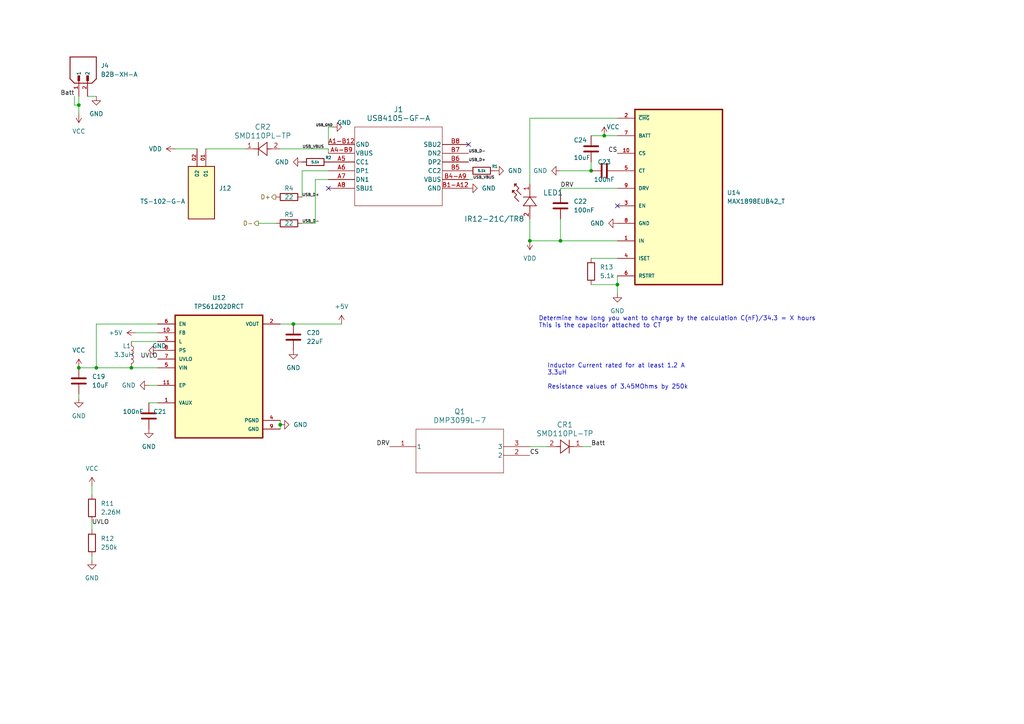
<source format=kicad_sch>
(kicad_sch (version 20230121) (generator eeschema)
  (paper "A4")
  (lib_symbols
    (symbol "2024-05-13_21-06-25:USB4105-GF-A" (pin_names (offset 0.254))
      (property "Reference" "J" (at 20.32 10.16 0))
      (property "Value" "USB4105-GF-A" (at 20.32 7.62 0))
      (symbol "USB4105-GF-A_0_1"
        (polyline (pts (xy 7.62 -17.78) (xy 33.02 -17.78)) (stroke (width 0.127)))
        (polyline (pts (xy 7.62 5.08) (xy 7.62 -17.78)) (stroke (width 0.127)))
        (polyline (pts (xy 33.02 -17.78) (xy 33.02 5.08)) (stroke (width 0.127)))
        (polyline (pts (xy 33.02 5.08) (xy 7.62 5.08)) (stroke (width 0.127)))
        (pin power_out line (at 0 0 0) (length 7.62) (name "GND") (number "A1-B12"))
        (pin power_in line (at 0 -2.54 0) (length 7.62) (name "VBUS") (number "A4-B9"))
        (pin bidirectional line (at 0 -5.08 0) (length 7.62) (name "CC1") (number "A5"))
        (pin bidirectional line (at 0 -7.62 0) (length 7.62) (name "DP1") (number "A6"))
        (pin bidirectional line (at 0 -10.16 0) (length 7.62) (name "DN1") (number "A7"))
        (pin bidirectional line (at 0 -12.7 0) (length 7.62) (name "SBU1") (number "A8"))
        (pin power_out line (at 40.64 -12.7 180) (length 7.62) (name "GND") (number "B1-A12"))
        (pin power_in line (at 40.64 -10.16 180) (length 7.62) (name "VBUS") (number "B4-A9"))
        (pin bidirectional line (at 40.64 -7.62 180) (length 7.62) (name "CC2") (number "B5"))
        (pin bidirectional line (at 40.64 -5.08 180) (length 7.62) (name "DP2") (number "B6"))
        (pin bidirectional line (at 40.64 -2.54 180) (length 7.62) (name "DN2") (number "B7"))
        (pin bidirectional line (at 40.64 0 180) (length 7.62) (name "SBU2") (number "B8"))
      )
    )
    (symbol "2024-05-15_19-14-14:IR12-21C_TR8" (pin_names (offset 0.254))
      (property "Reference" "LED" (at 5.08 -4.445 0))
      (property "Value" "IR12-21C/TR8" (at 5.08 -7.62 0))
      (symbol "IR12-21C_TR8_1_1"
        (polyline (pts (xy 2.54 0) (xy 3.4798 0)) (stroke (width 0.2032)))
        (polyline (pts (xy 3.175 0) (xy 3.81 0)) (stroke (width 0.2032)))
        (polyline (pts (xy 3.81 -1.905) (xy 6.35 0)) (stroke (width 0.2032)))
        (polyline (pts (xy 3.81 1.905) (xy 3.81 -1.905)) (stroke (width 0.2032)))
        (polyline (pts (xy 5.08 3.175) (xy 6.35 4.445)) (stroke (width 0.2032)))
        (polyline (pts (xy 6.35 -1.905) (xy 6.35 1.905)) (stroke (width 0.2032)))
        (polyline (pts (xy 6.35 0) (xy 3.81 1.905)) (stroke (width 0.2032)))
        (polyline (pts (xy 6.35 0) (xy 7.62 0)) (stroke (width 0.2032)))
        (polyline (pts (xy 6.35 4.445) (xy 6.985 3.81)) (stroke (width 0.2032)))
        (polyline (pts (xy 6.985 2.54) (xy 8.255 3.81)) (stroke (width 0.2032)))
        (polyline (pts (xy 6.985 3.81) (xy 8.255 5.08)) (stroke (width 0.2032)))
        (polyline (pts (xy 7.62 5.08) (xy 8.255 4.445)) (stroke (width 0.2032)))
        (polyline (pts (xy 8.255 3.81) (xy 8.89 3.175)) (stroke (width 0.2032)))
        (polyline (pts (xy 8.255 4.445) (xy 8.255 5.08)) (stroke (width 0.2032)))
        (polyline (pts (xy 8.255 5.08) (xy 7.62 5.08)) (stroke (width 0.2032)))
        (polyline (pts (xy 8.89 3.175) (xy 10.16 4.445)) (stroke (width 0.2032)))
        (polyline (pts (xy 9.525 4.445) (xy 10.16 3.81)) (stroke (width 0.2032)))
        (polyline (pts (xy 10.16 3.81) (xy 10.16 4.445)) (stroke (width 0.2032)))
        (polyline (pts (xy 10.16 4.445) (xy 9.525 4.445)) (stroke (width 0.2032)))
        (pin unspecified line (at 10.16 0 180) (length 2.54) (name "") (number "1"))
        (pin unspecified line (at 0 0 0) (length 2.54) (name "") (number "2"))
      )
      (symbol "IR12-21C_TR8_1_2"
        (polyline (pts (xy -5.08 7.62) (xy -4.445 8.255)) (stroke (width 0.2032)))
        (polyline (pts (xy -5.08 8.255) (xy -5.08 7.62)) (stroke (width 0.2032)))
        (polyline (pts (xy -4.445 6.35) (xy -3.81 6.985)) (stroke (width 0.2032)))
        (polyline (pts (xy -4.445 8.255) (xy -5.08 8.255)) (stroke (width 0.2032)))
        (polyline (pts (xy -4.445 9.525) (xy -3.81 10.16)) (stroke (width 0.2032)))
        (polyline (pts (xy -4.445 10.16) (xy -4.445 9.525)) (stroke (width 0.2032)))
        (polyline (pts (xy -3.81 6.985) (xy -5.08 8.255)) (stroke (width 0.2032)))
        (polyline (pts (xy -3.81 8.255) (xy -3.175 8.89)) (stroke (width 0.2032)))
        (polyline (pts (xy -3.81 10.16) (xy -4.445 10.16)) (stroke (width 0.2032)))
        (polyline (pts (xy -3.175 5.08) (xy -4.445 6.35)) (stroke (width 0.2032)))
        (polyline (pts (xy -3.175 8.89) (xy -4.445 10.16)) (stroke (width 0.2032)))
        (polyline (pts (xy -2.54 6.985) (xy -3.81 8.255)) (stroke (width 0.2032)))
        (polyline (pts (xy -1.905 3.81) (xy 1.905 3.81)) (stroke (width 0.2032)))
        (polyline (pts (xy 0 2.54) (xy 0 3.4798)) (stroke (width 0.2032)))
        (polyline (pts (xy 0 3.175) (xy 0 3.81)) (stroke (width 0.2032)))
        (polyline (pts (xy 0 6.35) (xy -1.905 3.81)) (stroke (width 0.2032)))
        (polyline (pts (xy 0 6.35) (xy 0 7.62)) (stroke (width 0.2032)))
        (polyline (pts (xy 1.905 3.81) (xy 0 6.35)) (stroke (width 0.2032)))
        (polyline (pts (xy 1.905 6.35) (xy -1.905 6.35)) (stroke (width 0.2032)))
        (pin unspecified line (at 0 10.16 270) (length 2.54) (name "") (number "1"))
        (pin unspecified line (at 0 0 90) (length 2.54) (name "") (number "2"))
      )
    )
    (symbol "2024-05-16_18-09-42:DMP3099L-7" (pin_names (offset 0.254))
      (property "Reference" "Q" (at 20.32 10.16 0))
      (property "Value" "DMP3099L-7" (at 20.32 7.62 0))
      (symbol "DMP3099L-7_0_1"
        (polyline (pts (xy 7.62 -7.62) (xy 33.02 -7.62)) (stroke (width 0.127)))
        (polyline (pts (xy 7.62 5.08) (xy 7.62 -7.62)) (stroke (width 0.127)))
        (polyline (pts (xy 33.02 -7.62) (xy 33.02 5.08)) (stroke (width 0.127)))
        (polyline (pts (xy 33.02 5.08) (xy 7.62 5.08)) (stroke (width 0.127)))
        (pin unspecified line (at 0 0 0) (length 7.62) (name "1") (number "1"))
        (pin unspecified line (at 40.64 -2.54 180) (length 7.62) (name "2") (number "2"))
        (pin unspecified line (at 40.64 0 180) (length 7.62) (name "3") (number "3"))
      )
    )
    (symbol "2024-05-16_18-19-58:SMD110PL-TP" (pin_names (offset 0.254))
      (property "Reference" "CR" (at 5.08 4.445 0))
      (property "Value" "SMD110PL-TP" (at 5.08 -3.81 0))
      (symbol "SMD110PL-TP_1_1"
        (polyline (pts (xy 2.54 0) (xy 3.4798 0)) (stroke (width 0.2032)))
        (polyline (pts (xy 3.175 0) (xy 3.81 0)) (stroke (width 0.2032)))
        (polyline (pts (xy 3.81 -1.905) (xy 6.35 0)) (stroke (width 0.2032)))
        (polyline (pts (xy 3.81 1.905) (xy 3.81 -1.905)) (stroke (width 0.2032)))
        (polyline (pts (xy 6.35 -1.905) (xy 6.35 1.905)) (stroke (width 0.2032)))
        (polyline (pts (xy 6.35 0) (xy 3.81 1.905)) (stroke (width 0.2032)))
        (polyline (pts (xy 6.35 0) (xy 7.62 0)) (stroke (width 0.2032)))
        (pin unspecified line (at 10.16 0 180) (length 2.54) (name "") (number "1"))
        (pin unspecified line (at 0 0 0) (length 2.54) (name "") (number "2"))
      )
      (symbol "SMD110PL-TP_1_2"
        (polyline (pts (xy -1.905 3.81) (xy 1.905 3.81)) (stroke (width 0.2032)))
        (polyline (pts (xy 0 2.54) (xy 0 3.4798)) (stroke (width 0.2032)))
        (polyline (pts (xy 0 3.175) (xy 0 3.81)) (stroke (width 0.2032)))
        (polyline (pts (xy 0 6.35) (xy -1.905 3.81)) (stroke (width 0.2032)))
        (polyline (pts (xy 0 6.35) (xy 0 7.62)) (stroke (width 0.2032)))
        (polyline (pts (xy 1.905 3.81) (xy 0 6.35)) (stroke (width 0.2032)))
        (polyline (pts (xy 1.905 6.35) (xy -1.905 6.35)) (stroke (width 0.2032)))
        (pin unspecified line (at 0 10.16 270) (length 2.54) (name "") (number "1"))
        (pin unspecified line (at 0 0 90) (length 2.54) (name "") (number "2"))
      )
    )
    (symbol "B2B-XH-A:B2B-XH-A" (pin_names (offset 1.016))
      (property "Reference" "J" (at -2.54 6.35 0))
      (property "Value" "B2B-XH-A" (at -2.54 -5.08 0))
      (symbol "B2B-XH-A_0_0"
        (rectangle (start -3.175 -0.3175) (end -1.5875 0.3175) (stroke (width 0.1)) (fill (type outline)))
        (rectangle (start -3.175 2.2225) (end -1.5875 2.8575) (stroke (width 0.1)) (fill (type outline)))
        (polyline (pts (xy -3.81 -1.27) (xy -2.54 -2.54)) (stroke (width 0.254)))
        (polyline (pts (xy -3.81 3.81) (xy -3.81 -1.27)) (stroke (width 0.254)))
        (polyline (pts (xy -3.81 3.81) (xy -2.54 5.08)) (stroke (width 0.254)))
        (polyline (pts (xy -2.54 -2.54) (xy 3.81 -2.54)) (stroke (width 0.254)))
        (polyline (pts (xy 3.81 -2.54) (xy 3.81 5.08)) (stroke (width 0.254)))
        (polyline (pts (xy 3.81 5.08) (xy -2.54 5.08)) (stroke (width 0.254)))
        (pin passive line (at -7.62 2.54 0) (length 5.08) (name "1") (number "1"))
        (pin passive line (at -7.62 0 0) (length 5.08) (name "2") (number "2"))
      )
    )
    (symbol "Device:C" (pin_numbers hide) (pin_names (offset 0.254))
      (property "Reference" "C" (at 0.635 2.54 0))
      (property "Value" "C" (at 0.635 -2.54 0))
      (symbol "C_0_1"
        (polyline (pts (xy -2.032 -0.762) (xy 2.032 -0.762)) (stroke (width 0.508)))
        (polyline (pts (xy -2.032 0.762) (xy 2.032 0.762)) (stroke (width 0.508)))
      )
      (symbol "C_1_1"
        (pin passive line (at 0 3.81 270) (length 2.794) (name "~") (number "1"))
        (pin passive line (at 0 -3.81 90) (length 2.794) (name "~") (number "2"))
      )
    )
    (symbol "Device:L" (pin_numbers hide) (pin_names (offset 1.016) hide)
      (property "Reference" "L" (at -1.27 0 90))
      (property "Value" "L" (at 1.905 0 90))
      (symbol "L_0_1"
        (arc (start 0 -2.54) (mid 0.6323 -1.905) (end 0 -1.27))
        (arc (start 0 -1.27) (mid 0.6323 -0.635) (end 0 0))
        (arc (start 0 0) (mid 0.6323 0.635) (end 0 1.27))
        (arc (start 0 1.27) (mid 0.6323 1.905) (end 0 2.54))
      )
      (symbol "L_1_1"
        (pin passive line (at 0 3.81 270) (length 1.27) (name "1") (number "1"))
        (pin passive line (at 0 -3.81 90) (length 1.27) (name "2") (number "2"))
      )
    )
    (symbol "Device:R" (pin_numbers hide) (pin_names (offset 0))
      (property "Reference" "R" (at 2.032 0 90))
      (property "Value" "R" (at 0 0 90))
      (symbol "R_0_1"
        (rectangle (start -1.016 -2.54) (end 1.016 2.54) (stroke (width 0.254)))
      )
      (symbol "R_1_1"
        (pin passive line (at 0 3.81 270) (length 1.27) (name "~") (number "1"))
        (pin passive line (at 0 -3.81 90) (length 1.27) (name "~") (number "2"))
      )
    )
    (symbol "MAX1898EUB42_T:MAX1898EUB42_T" (pin_names (offset 1.016))
      (property "Reference" "U" (at -12.7 26.4 0))
      (property "Value" "MAX1898EUB42_T" (at -12.7 -29.4 0))
      (symbol "MAX1898EUB42_T_0_0"
        (rectangle (start -12.7 -25.4) (end 12.7 25.4) (stroke (width 0.41)) (fill (type background)))
        (pin bidirectional line (at -17.78 -12.7 0) (length 5.08) (name "IN") (number "1"))
        (pin bidirectional line (at -17.78 12.7 0) (length 5.08) (name "CS") (number "10"))
        (pin bidirectional line (at -17.78 22.86 0) (length 5.08) (name "~{CHG}") (number "2"))
        (pin bidirectional line (at -17.78 -2.54 0) (length 5.08) (name "EN") (number "3"))
        (pin bidirectional line (at -17.78 -17.78 0) (length 5.08) (name "ISET") (number "4"))
        (pin bidirectional line (at -17.78 7.62 0) (length 5.08) (name "CT") (number "5"))
        (pin bidirectional line (at -17.78 -22.86 0) (length 5.08) (name "RSTRT") (number "6"))
        (pin bidirectional line (at -17.78 17.78 0) (length 5.08) (name "BATT") (number "7"))
        (pin bidirectional line (at -17.78 -7.62 0) (length 5.08) (name "GND") (number "8"))
        (pin bidirectional line (at -17.78 2.54 0) (length 5.08) (name "DRV") (number "9"))
      )
    )
    (symbol "TPS61202DRCT:TPS61202DRCT" (pin_names (offset 1.016))
      (property "Reference" "U" (at -12.7 18.78 0))
      (property "Value" "TPS61202DRCT" (at -12.7 -21.78 0))
      (symbol "TPS61202DRCT_0_0"
        (rectangle (start -12.7 -17.78) (end 12.7 17.78) (stroke (width 0.41)) (fill (type background)))
        (pin bidirectional line (at -17.78 -7.62 0) (length 5.08) (name "VAUX") (number "1"))
        (pin input line (at -17.78 12.7 0) (length 5.08) (name "FB") (number "10"))
        (pin bidirectional line (at -17.78 -2.54 0) (length 5.08) (name "EP") (number "11"))
        (pin output line (at 17.78 15.24 180) (length 5.08) (name "VOUT") (number "2"))
        (pin input line (at -17.78 10.16 0) (length 5.08) (name "L") (number "3"))
        (pin power_in line (at 17.78 -12.7 180) (length 5.08) (name "PGND") (number "4"))
        (pin input line (at -17.78 2.54 0) (length 5.08) (name "VIN") (number "5"))
        (pin input line (at -17.78 15.24 0) (length 5.08) (name "EN") (number "6"))
        (pin input line (at -17.78 5.08 0) (length 5.08) (name "UVLO") (number "7"))
        (pin input line (at -17.78 7.62 0) (length 5.08) (name "PS") (number "8"))
        (pin power_in line (at 17.78 -15.24 180) (length 5.08) (name "GND") (number "9"))
      )
    )
    (symbol "TS-102-G-A:TS-102-G-A" (pin_names (offset 1.016))
      (property "Reference" "J" (at -8.12 5.08 0))
      (property "Value" "TS-102-G-A" (at -7.62 -5.08 0))
      (symbol "TS-102-G-A_0_0"
        (rectangle (start -7.62 -2.54) (end 7.62 5.08) (stroke (width 0.254)) (fill (type background)))
        (pin passive line (at -12.7 2.54 0) (length 5.08) (name "01") (number "01"))
        (pin passive line (at -12.7 0 0) (length 5.08) (name "02") (number "02"))
      )
    )
    (symbol "power:+5V" (power) (pin_names (offset 0))
      (property "Value" "+5V" (at 0 3.556 0))
      (symbol "+5V_0_1"
        (polyline (pts (xy -0.762 1.27) (xy 0 2.54)))
        (polyline (pts (xy 0 0) (xy 0 2.54)))
        (polyline (pts (xy 0 2.54) (xy 0.762 1.27)))
      )
      (symbol "+5V_1_1"
        (pin power_in line (at 0 0 90) (length 0) hide (name "+5V") (number "1"))
      )
    )
    (symbol "power:GND" (power) (pin_names (offset 0))
      (property "Value" "GND" (at 0 -3.81 0))
      (symbol "GND_0_1"
        (polyline (pts (xy 0 0) (xy 0 -1.27) (xy 1.27 -1.27) (xy 0 -2.54) (xy -1.27 -1.27) (xy 0 -1.27)))
      )
      (symbol "GND_1_1"
        (pin power_in line (at 0 0 270) (length 0) hide (name "GND") (number "1"))
      )
    )
    (symbol "power:VCC" (power) (pin_names (offset 0))
      (property "Value" "VCC" (at 0 3.81 0))
      (symbol "VCC_0_1"
        (polyline (pts (xy -0.762 1.27) (xy 0 2.54)))
        (polyline (pts (xy 0 0) (xy 0 2.54)))
        (polyline (pts (xy 0 2.54) (xy 0.762 1.27)))
      )
      (symbol "VCC_1_1"
        (pin power_in line (at 0 0 90) (length 0) hide (name "VCC") (number "1"))
      )
    )
    (symbol "power:VDD" (power) (pin_names (offset 0))
      (property "Value" "VDD" (at 0 3.81 0))
      (symbol "VDD_0_1"
        (polyline (pts (xy -0.762 1.27) (xy 0 2.54)))
        (polyline (pts (xy 0 0) (xy 0 2.54)))
        (polyline (pts (xy 0 2.54) (xy 0.762 1.27)))
      )
      (symbol "VDD_1_1"
        (pin power_in line (at 0 0 90) (length 0) hide (name "VDD") (number "1"))
      )
    )
  )
  (junction (at 27.94 106.68))
  (junction (at 162.56 69.85))
  (junction (at 38.1 106.68))
  (junction (at 81.28 123.19))
  (junction (at 85.09 93.98))
  (junction (at 153.67 69.85))
  (junction (at 22.86 106.68))
  (junction (at 171.45 49.53))
  (junction (at 22.86 30.48))
  (junction (at 175.26 39.37))
  (junction (at 179.07 82.55))
  (no_connect (at 179.07 59.69))
  (no_connect (at 135.89 41.91))
  (no_connect (at 95.25 54.61))
  (wire (pts (xy 171.45 46.99) (xy 171.45 49.53)))
  (wire (pts (xy 179.07 82.55) (xy 179.07 85.09)))
  (wire (pts (xy 22.86 33.02) (xy 22.86 30.48)))
  (wire (pts (xy 43.18 116.84) (xy 45.72 116.84)))
  (wire (pts (xy 153.67 34.29) (xy 179.07 34.29)))
  (wire (pts (xy 153.67 129.54) (xy 158.75 129.54)))
  (wire (pts (xy 27.94 27.94) (xy 25.4 27.94)))
  (wire (pts (xy 95.25 43.18) (xy 95.25 44.45)))
  (wire (pts (xy 87.63 49.53) (xy 87.63 57.15)))
  (wire (pts (xy 171.45 74.93) (xy 179.07 74.93)))
  (wire (pts (xy 162.56 55.88) (xy 162.56 54.61)))
  (wire (pts (xy 22.86 30.48) (xy 22.86 27.94)))
  (wire (pts (xy 81.28 121.92) (xy 81.28 123.19)))
  (wire (pts (xy 27.94 106.68) (xy 38.1 106.68)))
  (wire (pts (xy 179.07 80.01) (xy 179.07 82.55)))
  (wire (pts (xy 95.25 52.07) (xy 91.44 52.07)))
  (wire (pts (xy 95.25 49.53) (xy 87.63 49.53)))
  (wire (pts (xy 26.67 140.97) (xy 26.67 143.51)))
  (wire (pts (xy 27.94 93.98) (xy 27.94 106.68)))
  (wire (pts (xy 168.91 129.54) (xy 171.45 129.54)))
  (wire (pts (xy 38.1 99.06) (xy 45.72 99.06)))
  (wire (pts (xy 81.28 123.19) (xy 81.28 124.46)))
  (wire (pts (xy 153.67 69.85) (xy 162.56 69.85)))
  (wire (pts (xy 26.67 151.13) (xy 26.67 153.67)))
  (wire (pts (xy 95.25 36.83) (xy 95.25 41.91)))
  (wire (pts (xy 87.63 64.77) (xy 91.44 64.77)))
  (wire (pts (xy 162.56 69.85) (xy 179.07 69.85)))
  (wire (pts (xy 171.45 82.55) (xy 179.07 82.55)))
  (wire (pts (xy 22.86 106.68) (xy 27.94 106.68)))
  (wire (pts (xy 39.37 96.52) (xy 45.72 96.52)))
  (wire (pts (xy 153.67 63.5) (xy 153.67 69.85)))
  (wire (pts (xy 137.16 52.07) (xy 135.89 52.07)))
  (wire (pts (xy 21.59 27.94) (xy 21.59 30.48)))
  (wire (pts (xy 171.45 39.37) (xy 175.26 39.37)))
  (wire (pts (xy 162.56 49.53) (xy 171.45 49.53)))
  (wire (pts (xy 91.44 52.07) (xy 91.44 64.77)))
  (wire (pts (xy 175.26 39.37) (xy 179.07 39.37)))
  (wire (pts (xy 85.09 93.98) (xy 99.06 93.98)))
  (wire (pts (xy 74.93 64.77) (xy 80.01 64.77)))
  (wire (pts (xy 153.67 53.34) (xy 153.67 34.29)))
  (wire (pts (xy 162.56 54.61) (xy 179.07 54.61)))
  (wire (pts (xy 50.8 43.18) (xy 57.15 43.18)))
  (wire (pts (xy 38.1 106.68) (xy 45.72 106.68)))
  (wire (pts (xy 59.69 43.18) (xy 71.12 43.18)))
  (wire (pts (xy 81.28 43.18) (xy 95.25 43.18)))
  (wire (pts (xy 96.52 36.83) (xy 95.25 36.83)))
  (wire (pts (xy 26.67 161.29) (xy 26.67 162.56)))
  (wire (pts (xy 81.28 93.98) (xy 85.09 93.98)))
  (wire (pts (xy 162.56 63.5) (xy 162.56 69.85)))
  (wire (pts (xy 22.86 115.57) (xy 22.86 114.3)))
  (wire (pts (xy 21.59 30.48) (xy 22.86 30.48)))
  (wire (pts (xy 45.72 93.98) (xy 27.94 93.98)))
  (wire (pts (xy 43.18 111.76) (xy 45.72 111.76)))
  (text "Inductor Current rated for at least 1.2 A\n3.3uH\n\nResistance values of 3.45MOhms by 250k" (at 158.75 113.03 0) (effects (font (size 1.27 1.27)) (justify left bottom)))
  (text "Determine how long you want to charge by the calculation C(nF)/34.3 = X hours\nThis is the capacitor attached to CT" (at 156.21 95.25 0) (effects (font (size 1.27 1.27)) (justify left bottom)))
  (label "USB_D+" (at 87.63 57.15 0) (effects (font (size 0.8 0.8))))
  (label "USB_GND" (at 96.52 36.83 180) (effects (font (size 0.7 0.7))))
  (label "Batt" (at 21.59 27.94 180))
  (label "UVLO" (at 45.72 104.14 180))
  (label "USB_D-" (at 87.63 64.77 0) (effects (font (size 0.8 0.8))))
  (label "USB_VBUS" (at 137.16 52.07 0) (effects (font (size 0.8 0.8))))
  (label "DRV" (at 162.56 54.61 0))
  (label "DRV" (at 113.03 129.54 180))
  (label "USB_D+" (at 135.89 46.99 0) (effects (font (size 0.8 0.8))))
  (label "USB_VBUS" (at 93.98 43.18 180) (effects (font (size 0.8 0.8))))
  (label "Batt" (at 171.45 129.54 0))
  (label "CS" (at 153.67 132.08 0))
  (label "UVLO" (at 26.67 152.4 0))
  (label "CS" (at 179.07 44.45 180))
  (label "USB_D-" (at 135.89 44.45 0) (effects (font (size 0.8 0.8))))
  (hierarchical_label "D-" (shape output) (at 74.93 64.77 180))
  (hierarchical_label "D+" (shape output) (at 80.01 57.15 180))
  (symbol (lib_id "Device:C") (at 22.86 110.49 0) (unit 1)
    (property "Reference" "C19" (at 26.67 109.22 0) (effects (justify left)))
    (property "Value" "10uF" (at 26.67 111.76 0) (effects (justify left)))
    (property "Footprint" "Capacitor_SMD:C_0805_2012Metric" (effects hide))
  )
  (symbol (lib_id "power:VCC") (at 26.67 140.97 0) (unit 1)
    (property "Reference" "#PWR0123" (effects hide))
    (property "Value" "VCC" (at 26.67 135.89 0))
  )
  (symbol (lib_id "MAX1898EUB42_T:MAX1898EUB42_T") (at 196.85 57.15 0) (unit 1)
    (property "Reference" "U14" (at 210.82 55.88 0) (effects (justify left)))
    (property "Value" "MAX1898EUB42_T" (at 210.82 58.42 0) (effects (justify left)))
    (property "Footprint" "MAX1898EUB42_T:SOP50P490X110-10N" (effects hide))
    (property "Manufacturer" "Maxim Integrated" (effects hide))
    (property "Package" "SOP50P490X110-10N" (effects hide))
  )
  (symbol (lib_id "power:GND") (at 96.52 36.83 90) (unit 1)
    (property "Reference" "#PWR0125" (effects hide))
    (property "Value" "GND" (at 97.79 35.56 90) (effects (justify right)))
  )
  (symbol (lib_id "2024-05-16_18-19-58:SMD110PL-TP") (at 81.28 43.18 180) (unit 1)
    (property "Reference" "CR2" (at 76.2 36.83 0) (effects (font (size 1.524 1.524))))
    (property "Value" "SMD110PL-TP" (at 76.2 39.37 0) (effects (font (size 1.524 1.524))))
    (property "Footprint" "smd110:SOD-123FL_MCC" (effects hide))
    (property "Datasheet" "SMD110PL-TP" (effects hide))
  )
  (symbol (lib_id "TPS61202DRCT:TPS61202DRCT") (at 63.5 109.22 0) (unit 1)
    (property "Reference" "U12" (at 63.5 86.36 0))
    (property "Value" "TPS61202DRCT" (at 63.5 88.9 0))
    (property "Footprint" "TPS61202DRCT:VREG_V62_16624-01YE" (effects hide))
  )
  (symbol (lib_id "B2B-XH-A:B2B-XH-A") (at 25.4 20.32 90) (unit 1)
    (property "Reference" "J4" (at 29.21 19.05 90) (effects (justify right)))
    (property "Value" "B2B-XH-A" (at 29.21 21.59 90) (effects (justify right)))
    (property "Footprint" "B2B_XH_A:JST_B2B-XH-A" (effects hide))
    (property "PARTREV" "N/A" (effects hide))
    (property "STANDARD" "Manufacturer Recommendations" (effects hide))
    (property "MAXIMUM_PACKAGE_HEIGHT" "7 mm" (effects hide))
    (property "MANUFACTURER" "JST Sales America Inc." (effects hide))
  )
  (symbol (lib_id "power:GND") (at 85.09 101.6 0) (unit 1)
    (property "Reference" "#PWR053" (effects hide))
    (property "Value" "GND" (at 85.09 106.68 0))
  )
  (symbol (lib_id "Device:C") (at 175.26 49.53 270) (unit 1)
    (property "Reference" "C23" (at 175.26 46.99 90))
    (property "Value" "100nF" (at 175.26 52.07 90))
    (property "Footprint" "Capacitor_SMD:C_0402_1005Metric" (effects hide))
  )
  (symbol (lib_id "power:GND") (at 26.67 162.56 0) (unit 1)
    (property "Reference" "#PWR059" (effects hide))
    (property "Value" "GND" (at 26.67 167.64 0))
  )
  (symbol (lib_id "power:VCC") (at 22.86 106.68 0) (unit 1)
    (property "Reference" "#PWR0111" (effects hide))
    (property "Value" "VCC" (at 22.86 101.6 0))
  )
  (symbol (lib_id "power:GND") (at 43.18 111.76 270) (unit 1)
    (property "Reference" "#PWR054" (effects hide))
    (property "Value" "GND" (at 39.37 111.76 90) (effects (justify right)))
  )
  (symbol (lib_id "power:+5V") (at 99.06 93.98 0) (unit 1)
    (property "Reference" "#PWR08" (effects hide))
    (property "Value" "+5V" (at 99.06 88.9 0))
  )
  (symbol (lib_id "power:GND") (at 81.28 123.19 90) (unit 1)
    (property "Reference" "#PWR055" (effects hide))
    (property "Value" "GND" (at 85.09 123.19 90) (effects (justify right)))
  )
  (symbol (lib_id "power:GND") (at 22.86 115.57 0) (unit 1)
    (property "Reference" "#PWR056" (effects hide))
    (property "Value" "GND" (at 22.86 120.65 0))
  )
  (symbol (lib_id "Device:R") (at 171.45 78.74 0) (unit 1)
    (property "Reference" "R13" (at 173.99 77.47 0) (effects (justify left)))
    (property "Value" "5.1k" (at 173.99 80.01 0) (effects (justify left)))
    (property "Footprint" "Resistor_SMD:R_0603_1608Metric" (effects hide))
  )
  (symbol (lib_id "Device:R") (at 83.82 57.15 90) (unit 1)
    (property "Reference" "R4" (at 83.82 54.61 90))
    (property "Value" "22" (at 83.82 57.15 90))
    (property "Footprint" "Resistor_SMD:R_0402_1005Metric" (effects hide))
    (instances (project "Motor Programmer Rev. 2" (path "" (reference "R4") (unit 1)) (path "" (reference "R1") (unit 1))))
  )
  (symbol (lib_id "power:GND") (at 43.18 124.46 0) (unit 1)
    (property "Reference" "#PWR057" (effects hide))
    (property "Value" "GND" (at 43.18 129.54 0))
  )
  (symbol (lib_id "TS-102-G-A:TS-102-G-A") (at 57.15 55.88 270) (unit 1)
    (property "Reference" "J12" (at 63.5 54.61 90) (effects (justify left)))
    (property "Value" "TS-102-G-A" (at 40.64 58.42 90) (effects (justify left)))
    (property "Footprint" "TS_102_G_A:SAMTEC_TS-102-G-A" (effects hide))
    (property "PARTREV" "R" (effects hide))
    (property "STANDARD" "Manufacturer Recommendations" (effects hide))
    (property "MANUFACTURER" "Samtec Inc." (effects hide))
  )
  (symbol (lib_id "Device:C") (at 162.56 59.69 180) (unit 1)
    (property "Reference" "C22" (at 166.37 58.42 0) (effects (justify right)))
    (property "Value" "100nF" (at 166.37 60.96 0) (effects (justify right)))
    (property "Footprint" "Capacitor_SMD:C_0402_1005Metric" (effects hide))
  )
  (symbol (lib_id "power:GND") (at 179.07 85.09 0) (unit 1)
    (property "Reference" "#PWR0116" (effects hide))
    (property "Value" "GND" (at 179.07 90.17 0))
  )
  (symbol (lib_id "2024-05-16_18-19-58:SMD110PL-TP") (at 158.75 129.54 0) (unit 1)
    (property "Reference" "CR1" (at 163.83 123.19 0) (effects (font (size 1.524 1.524))))
    (property "Value" "SMD110PL-TP" (at 163.83 125.73 0) (effects (font (size 1.524 1.524))))
    (property "Footprint" "smd110:SOD-123FL_MCC" (effects hide))
    (property "Datasheet" "SMD110PL-TP" (effects hide))
  )
  (symbol (lib_id "Device:R") (at 26.67 147.32 0) (unit 1)
    (property "Reference" "R11" (at 29.21 146.05 0) (effects (justify left)))
    (property "Value" "2.26M" (at 29.21 148.59 0) (effects (justify left)))
    (property "Footprint" "Resistor_SMD:R_0603_1608Metric" (effects hide))
  )
  (symbol (lib_id "Device:R") (at 26.67 157.48 0) (unit 1)
    (property "Reference" "R12" (at 29.21 156.21 0) (effects (justify left)))
    (property "Value" "250k" (at 29.21 158.75 0) (effects (justify left)))
    (property "Footprint" "Resistor_SMD:R_0805_2012Metric" (effects hide))
  )
  (symbol (lib_id "power:GND") (at 27.94 27.94 0) (unit 1)
    (property "Reference" "#PWR0112" (effects hide))
    (property "Value" "GND" (at 27.94 33.02 0))
  )
  (symbol (lib_id "Device:R") (at 91.44 46.99 270) (unit 1)
    (property "Reference" "R2" (at 95.25 45.72 90) (effects (font (size 0.8 0.8))))
    (property "Value" "5.1k" (at 91.44 46.99 90) (effects (font (size 0.7 0.7))))
    (property "Footprint" "Resistor_SMD:R_0603_1608Metric" (effects hide))
    (instances (project "Motor Programmer Rev. 2" (path "" (reference "R2") (unit 1)) (path "" (reference "R4") (unit 1))))
  )
  (symbol (lib_id "power:+5V") (at 39.37 96.52 90) (unit 1)
    (property "Reference" "#PWR09" (effects hide))
    (property "Value" "+5V" (at 35.56 96.52 90) (effects (justify left)))
  )
  (symbol (lib_id "power:GND") (at 87.63 46.99 270) (unit 1)
    (property "Reference" "#PWR08" (effects hide))
    (property "Value" "GND" (at 83.82 46.99 90) (effects (justify right)))
    (instances (project "Motor Programmer Rev. 2" (path "" (reference "#PWR08") (unit 1)) (path "" (reference "#PWR06") (unit 1))))
  )
  (symbol (lib_id "power:GND") (at 179.07 64.77 270) (unit 1)
    (property "Reference" "#PWR0117" (effects hide))
    (property "Value" "GND" (at 175.26 64.77 90) (effects (justify right)))
  )
  (symbol (lib_id "Device:C") (at 171.45 43.18 0) (unit 1)
    (property "Reference" "C24" (at 166.37 40.64 0) (effects (justify left)))
    (property "Value" "10uF" (at 166.37 45.72 0) (effects (justify left)))
    (property "Footprint" "Capacitor_SMD:C_0805_2012Metric" (effects hide))
  )
  (symbol (lib_id "power:GND") (at 135.89 54.61 90) (unit 1)
    (property "Reference" "#PWR0114" (effects hide))
    (property "Value" "GND" (at 139.7 54.61 90) (effects (justify right)))
  )
  (symbol (lib_id "power:VCC") (at 22.86 33.02 180) (unit 1)
    (property "Reference" "#PWR0113" (effects hide))
    (property "Value" "VCC" (at 22.86 38.1 0))
  )
  (symbol (lib_id "power:VDD") (at 50.8 43.18 90) (unit 1)
    (property "Reference" "#PWR0109" (effects hide))
    (property "Value" "VDD" (at 46.99 43.18 90) (effects (justify left)))
  )
  (symbol (lib_id "2024-05-13_21-06-25:USB4105-GF-A") (at 95.25 41.91 0) (unit 1)
    (property "Reference" "J1" (at 115.57 31.75 0) (effects (font (size 1.524 1.524))))
    (property "Value" "USB4105-GF-A" (at 115.57 34.29 0) (effects (font (size 1.524 1.524))))
    (property "Footprint" "USB4105_GF_A (1)2:GCT_USB4105-GF-A" (effects hide))
    (property "Datasheet" "USB4105-GF-A" (effects hide))
  )
  (symbol (lib_id "power:GND") (at 143.51 49.53 90) (unit 1)
    (property "Reference" "#PWR0124" (effects hide))
    (property "Value" "GND" (at 147.32 49.53 90) (effects (justify right)))
  )
  (symbol (lib_id "2024-05-16_18-09-42:DMP3099L-7") (at 113.03 129.54 0) (unit 1)
    (property "Reference" "Q1" (at 133.35 119.38 0) (effects (font (size 1.524 1.524))))
    (property "Value" "DMP3099L-7" (at 133.35 121.92 0) (effects (font (size 1.524 1.524))))
    (property "Footprint" "footprints5:DMP3099L-7_DIO" (effects hide))
    (property "Datasheet" "DMP3099L-7" (effects hide))
  )
  (symbol (lib_id "power:VCC") (at 175.26 39.37 0) (unit 1)
    (property "Reference" "#PWR0118" (effects hide))
    (property "Value" "VCC" (at 177.8 36.83 0))
  )
  (symbol (lib_id "power:VDD") (at 153.67 69.85 180) (unit 1)
    (property "Reference" "#PWR0115" (effects hide))
    (property "Value" "VDD" (at 153.67 74.93 0))
  )
  (symbol (lib_id "power:GND") (at 45.72 101.6 270) (unit 1)
    (property "Reference" "#PWR0122" (effects hide))
    (property "Value" "GND" (at 48.26 100.33 90) (effects (justify right)))
  )
  (symbol (lib_id "Device:R") (at 83.82 64.77 90) (unit 1)
    (property "Reference" "R5" (at 83.82 62.23 90))
    (property "Value" "22" (at 83.82 64.77 90))
    (property "Footprint" "Resistor_SMD:R_0402_1005Metric" (effects hide))
    (instances (project "Motor Programmer Rev. 2" (path "" (reference "R5") (unit 1)) (path "" (reference "R2") (unit 1))))
  )
  (symbol (lib_id "Device:C") (at 43.18 120.65 0) (unit 1)
    (property "Reference" "C21" (at 44.45 119.38 0) (effects (justify left)))
    (property "Value" "100nF" (at 35.56 119.38 0) (effects (justify left)))
    (property "Footprint" "Capacitor_SMD:C_0402_1005Metric" (effects hide))
  )
  (symbol (lib_id "Device:L") (at 38.1 102.87 0) (unit 1)
    (property "Reference" "L1" (at 35.56 100.33 0) (effects (justify left)))
    (property "Value" "3.3uH" (at 33.02 102.87 0) (effects (justify left)))
    (property "Footprint" "footprints6:IND_TAIYO_NRS4018_TAY" (effects hide))
  )
  (symbol (lib_id "Device:C") (at 85.09 97.79 0) (unit 1)
    (property "Reference" "C20" (at 88.9 96.52 0) (effects (justify left)))
    (property "Value" "22uF" (at 88.9 99.06 0) (effects (justify left)))
    (property "Footprint" "Capacitor_SMD:C_0603_1608Metric" (effects hide))
  )
  (symbol (lib_id "Device:R") (at 139.7 49.53 270) (unit 1)
    (property "Reference" "R1" (at 143.51 48.26 90) (effects (font (size 0.8 0.8))))
    (property "Value" "5.1k" (at 139.7 49.53 90) (effects (font (size 0.7 0.7))))
    (property "Footprint" "Resistor_SMD:R_0603_1608Metric" (effects hide))
    (instances (project "Motor Programmer Rev. 2" (path "" (reference "R1") (unit 1)) (path "" (reference "R5") (unit 1))))
  )
  (symbol (lib_id "2024-05-15_19-14-14:IR12-21C_TR8") (at 153.67 63.5 90) (unit 1)
    (property "Reference" "LED1" (at 157.48 55.88 90) (effects (font (size 1.524 1.524)) (justify right)))
    (property "Value" "IR12-21C/TR8" (at 134.62 63.5 90) (effects (font (size 1.524 1.524)) (justify right)))
    (property "Footprint" "footprints4:LED_IR12-21C&slash_TR8_EVE" (effects hide))
    (property "Datasheet" "IR12-21C/TR8" (effects hide))
  )
  (symbol (lib_id "power:GND") (at 162.56 49.53 270) (unit 1)
    (property "Reference" "#PWR0121" (effects hide))
    (property "Value" "GND" (at 158.75 49.53 90) (effects (justify right)))
  )
)
</source>
